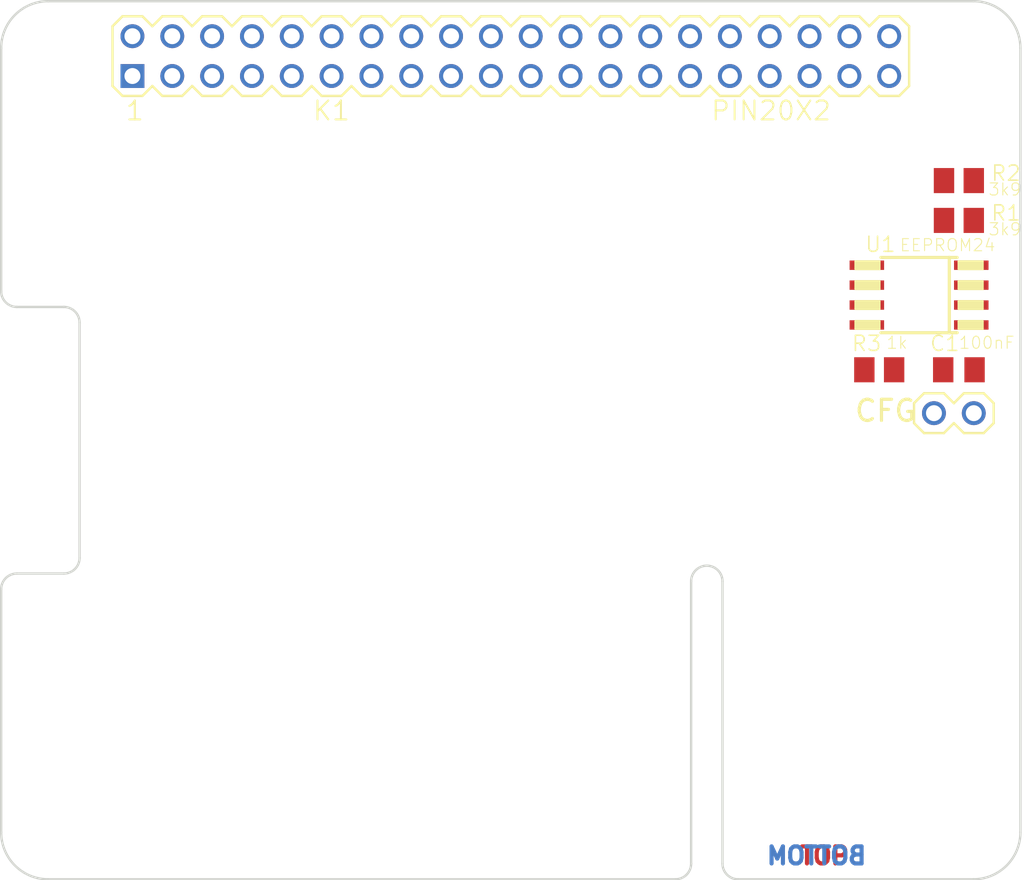
<source format=kicad_pcb>
(kicad_pcb (version 4) (host pcbnew "(2014-09-10 BZR 5127)-kicad")

  (general
    (links 26)
    (no_connects 26)
    (area 115.924999 76.924999 181.075001 133.075001)
    (thickness 1.6)
    (drawings 24)
    (tracks 0)
    (zones 0)
    (modules 11)
    (nets 7)
  )

  (page A4)
  (layers
    (0 Top signal)
    (31 Bottom signal)
    (32 B.Adhes user)
    (33 F.Adhes user)
    (34 B.Paste user)
    (35 F.Paste user)
    (36 B.SilkS user)
    (37 F.SilkS user)
    (38 B.Mask user)
    (39 F.Mask user)
    (40 Dwgs.User user)
    (41 Cmts.User user)
    (42 Eco1.User user)
    (43 Eco2.User user)
    (44 Edge.Cuts user)
    (45 Margin user)
    (46 B.CrtYd user)
    (47 F.CrtYd user)
    (48 B.Fab user)
    (49 F.Fab user)
  )

  (setup
    (last_trace_width 0.254)
    (trace_clearance 0.1524)
    (zone_clearance 0.508)
    (zone_45_only no)
    (trace_min 0.254)
    (segment_width 0.2)
    (edge_width 0.15)
    (via_size 0.889)
    (via_drill 0.635)
    (via_min_size 0.889)
    (via_min_drill 0.508)
    (uvia_size 0.508)
    (uvia_drill 0.127)
    (uvias_allowed no)
    (uvia_min_size 0.508)
    (uvia_min_drill 0.127)
    (pcb_text_width 0.3)
    (pcb_text_size 1.5 1.5)
    (mod_edge_width 0.15)
    (mod_text_size 1.5 1.5)
    (mod_text_width 0.15)
    (pad_size 1.524 1.524)
    (pad_drill 0.762)
    (pad_to_mask_clearance 0.2)
    (aux_axis_origin 0 0)
    (visible_elements FFFFFF7F)
    (pcbplotparams
      (layerselection 0x00030_80000001)
      (usegerberextensions false)
      (excludeedgelayer true)
      (linewidth 0.100000)
      (plotframeref false)
      (viasonmask false)
      (mode 1)
      (useauxorigin false)
      (hpglpennumber 1)
      (hpglpenspeed 20)
      (hpglpendiameter 15)
      (hpglpenoverlay 2)
      (psnegative false)
      (psa4output false)
      (plotreference true)
      (plotvalue true)
      (plotinvisibletext false)
      (padsonsilk false)
      (subtractmaskfromsilk false)
      (outputformat 1)
      (mirror false)
      (drillshape 1)
      (scaleselection 1)
      (outputdirectory ""))
  )

  (net 0 "")
  (net 1 GND)
  (net 2 +3V3)
  (net 3 N$1)
  (net 4 N$2)
  (net 5 N$3)
  (net 6 +5V)

  (net_class Default "This is the default net class."
    (clearance 0.1524)
    (trace_width 0.254)
    (via_dia 0.889)
    (via_drill 0.635)
    (uvia_dia 0.508)
    (uvia_drill 0.127)
    (add_net +3V3)
    (add_net +5V)
    (add_net GND)
    (add_net N$1)
    (add_net N$2)
    (add_net N$3)
  )

  (module "" (layer Top) (tedit 54141436) (tstamp 0)
    (at 119.5011 129.5036)
    (fp_text reference @HOLE0 (at 0 0) (layer F.SilkS) hide
      (effects (font (thickness 0.15)))
    )
    (fp_text value "" (at 0 0) (layer F.SilkS)
      (effects (font (thickness 0.15)))
    )
    (pad "" np_thru_hole circle (at 0 0) (size 2.8 2.8) (drill 2.8) (layers *.Cu))
  )

  (module "" (layer Top) (tedit 54141436) (tstamp 0)
    (at 119.5011 80.5036)
    (fp_text reference @HOLE1 (at 0 0) (layer F.SilkS) hide
      (effects (font (thickness 0.15)))
    )
    (fp_text value "" (at 0 0) (layer F.SilkS)
      (effects (font (thickness 0.15)))
    )
    (pad "" np_thru_hole circle (at 0 0) (size 2.8 2.8) (drill 2.8) (layers *.Cu))
  )

  (module "" (layer Top) (tedit 54141436) (tstamp 0)
    (at 177.5011 80.5036)
    (fp_text reference @HOLE2 (at 0 0) (layer F.SilkS) hide
      (effects (font (thickness 0.15)))
    )
    (fp_text value "" (at 0 0) (layer F.SilkS)
      (effects (font (thickness 0.15)))
    )
    (pad "" np_thru_hole circle (at 0 0) (size 2.8 2.8) (drill 2.8) (layers *.Cu))
  )

  (module "" (layer Top) (tedit 54141436) (tstamp 0)
    (at 177.5011 129.5036)
    (fp_text reference @HOLE3 (at 0 0) (layer F.SilkS) hide
      (effects (font (thickness 0.15)))
    )
    (fp_text value "" (at 0 0) (layer F.SilkS)
      (effects (font (thickness 0.15)))
    )
    (pad "" np_thru_hole circle (at 0 0) (size 2.8 2.8) (drill 2.8) (layers *.Cu))
  )

  (module PIN_20X2 (layer Top) (tedit 54141436) (tstamp 54141436)
    (at 148.5011 80.5036)
    (fp_text reference K1 (at -12.7 4.191) (layer F.SilkS)
      (effects (font (size 1.2065 1.2065) (thickness 0.127)) (justify left bottom))
    )
    (fp_text value PIN20X2 (at 12.7 4.191) (layer F.SilkS)
      (effects (font (size 1.2065 1.2065) (thickness 0.12065)) (justify left bottom))
    )
    (fp_line (start -24.765 -2.54) (end -23.495 -2.54) (layer F.SilkS) (width 0.1524))
    (fp_line (start -23.495 -2.54) (end -22.86 -1.905) (layer F.SilkS) (width 0.1524))
    (fp_line (start -22.86 -1.905) (end -22.225 -2.54) (layer F.SilkS) (width 0.1524))
    (fp_line (start -22.225 -2.54) (end -20.955 -2.54) (layer F.SilkS) (width 0.1524))
    (fp_line (start -20.955 -2.54) (end -20.32 -1.905) (layer F.SilkS) (width 0.1524))
    (fp_line (start -24.765 -2.54) (end -25.4 -1.905) (layer F.SilkS) (width 0.1524))
    (fp_line (start -20.32 -1.905) (end -19.685 -2.54) (layer F.SilkS) (width 0.1524))
    (fp_line (start -19.685 -2.54) (end -18.415 -2.54) (layer F.SilkS) (width 0.1524))
    (fp_line (start -18.415 -2.54) (end -17.78 -1.905) (layer F.SilkS) (width 0.1524))
    (fp_line (start -17.145 -2.54) (end -15.875 -2.54) (layer F.SilkS) (width 0.1524))
    (fp_line (start -15.875 -2.54) (end -15.24 -1.905) (layer F.SilkS) (width 0.1524))
    (fp_line (start -15.24 -1.905) (end -14.605 -2.54) (layer F.SilkS) (width 0.1524))
    (fp_line (start -14.605 -2.54) (end -13.335 -2.54) (layer F.SilkS) (width 0.1524))
    (fp_line (start -13.335 -2.54) (end -12.7 -1.905) (layer F.SilkS) (width 0.1524))
    (fp_line (start -17.145 -2.54) (end -17.78 -1.905) (layer F.SilkS) (width 0.1524))
    (fp_line (start -12.7 -1.905) (end -12.065 -2.54) (layer F.SilkS) (width 0.1524))
    (fp_line (start -12.065 -2.54) (end -10.795 -2.54) (layer F.SilkS) (width 0.1524))
    (fp_line (start -10.795 -2.54) (end -10.16 -1.905) (layer F.SilkS) (width 0.1524))
    (fp_line (start -22.86 1.905) (end -23.495 2.54) (layer F.SilkS) (width 0.1524))
    (fp_line (start -20.32 1.905) (end -20.955 2.54) (layer F.SilkS) (width 0.1524))
    (fp_line (start -20.955 2.54) (end -22.225 2.54) (layer F.SilkS) (width 0.1524))
    (fp_line (start -22.225 2.54) (end -22.86 1.905) (layer F.SilkS) (width 0.1524))
    (fp_line (start -25.4 -1.905) (end -25.4 1.905) (layer F.SilkS) (width 0.1524))
    (fp_line (start -25.4 1.905) (end -24.765 2.54) (layer F.SilkS) (width 0.1524))
    (fp_line (start -23.495 2.54) (end -24.765 2.54) (layer F.SilkS) (width 0.1524))
    (fp_line (start -17.78 1.905) (end -18.415 2.54) (layer F.SilkS) (width 0.1524))
    (fp_line (start -18.415 2.54) (end -19.685 2.54) (layer F.SilkS) (width 0.1524))
    (fp_line (start -19.685 2.54) (end -20.32 1.905) (layer F.SilkS) (width 0.1524))
    (fp_line (start -15.24 1.905) (end -15.875 2.54) (layer F.SilkS) (width 0.1524))
    (fp_line (start -12.7 1.905) (end -13.335 2.54) (layer F.SilkS) (width 0.1524))
    (fp_line (start -13.335 2.54) (end -14.605 2.54) (layer F.SilkS) (width 0.1524))
    (fp_line (start -14.605 2.54) (end -15.24 1.905) (layer F.SilkS) (width 0.1524))
    (fp_line (start -17.78 1.905) (end -17.145 2.54) (layer F.SilkS) (width 0.1524))
    (fp_line (start -15.875 2.54) (end -17.145 2.54) (layer F.SilkS) (width 0.1524))
    (fp_line (start -10.16 1.905) (end -10.795 2.54) (layer F.SilkS) (width 0.1524))
    (fp_line (start -10.795 2.54) (end -12.065 2.54) (layer F.SilkS) (width 0.1524))
    (fp_line (start -12.065 2.54) (end -12.7 1.905) (layer F.SilkS) (width 0.1524))
    (fp_line (start -8.255 -2.54) (end -7.62 -1.905) (layer F.SilkS) (width 0.1524))
    (fp_line (start -9.525 -2.54) (end -8.255 -2.54) (layer F.SilkS) (width 0.1524))
    (fp_line (start -10.16 -1.905) (end -9.525 -2.54) (layer F.SilkS) (width 0.1524))
    (fp_line (start -9.525 2.54) (end -10.16 1.905) (layer F.SilkS) (width 0.1524))
    (fp_line (start -8.255 2.54) (end -9.525 2.54) (layer F.SilkS) (width 0.1524))
    (fp_line (start -7.62 1.905) (end -8.255 2.54) (layer F.SilkS) (width 0.1524))
    (fp_line (start -6.985 -2.54) (end -5.715 -2.54) (layer F.SilkS) (width 0.1524))
    (fp_line (start -5.715 -2.54) (end -5.08 -1.905) (layer F.SilkS) (width 0.1524))
    (fp_line (start -5.08 -1.905) (end -4.445 -2.54) (layer F.SilkS) (width 0.1524))
    (fp_line (start -4.445 -2.54) (end -3.175 -2.54) (layer F.SilkS) (width 0.1524))
    (fp_line (start -3.175 -2.54) (end -2.54 -1.905) (layer F.SilkS) (width 0.1524))
    (fp_line (start -6.985 -2.54) (end -7.62 -1.905) (layer F.SilkS) (width 0.1524))
    (fp_line (start -2.54 -1.905) (end -1.905 -2.54) (layer F.SilkS) (width 0.1524))
    (fp_line (start -1.905 -2.54) (end -0.635 -2.54) (layer F.SilkS) (width 0.1524))
    (fp_line (start -0.635 -2.54) (end 0 -1.905) (layer F.SilkS) (width 0.1524))
    (fp_line (start 0.635 -2.54) (end 1.905 -2.54) (layer F.SilkS) (width 0.1524))
    (fp_line (start 1.905 -2.54) (end 2.54 -1.905) (layer F.SilkS) (width 0.1524))
    (fp_line (start 2.54 -1.905) (end 3.175 -2.54) (layer F.SilkS) (width 0.1524))
    (fp_line (start 3.175 -2.54) (end 4.445 -2.54) (layer F.SilkS) (width 0.1524))
    (fp_line (start 4.445 -2.54) (end 5.08 -1.905) (layer F.SilkS) (width 0.1524))
    (fp_line (start 0.635 -2.54) (end 0 -1.905) (layer F.SilkS) (width 0.1524))
    (fp_line (start 5.08 -1.905) (end 5.715 -2.54) (layer F.SilkS) (width 0.1524))
    (fp_line (start 5.715 -2.54) (end 6.985 -2.54) (layer F.SilkS) (width 0.1524))
    (fp_line (start 6.985 -2.54) (end 7.62 -1.905) (layer F.SilkS) (width 0.1524))
    (fp_line (start -5.08 1.905) (end -5.715 2.54) (layer F.SilkS) (width 0.1524))
    (fp_line (start -2.54 1.905) (end -3.175 2.54) (layer F.SilkS) (width 0.1524))
    (fp_line (start -3.175 2.54) (end -4.445 2.54) (layer F.SilkS) (width 0.1524))
    (fp_line (start -4.445 2.54) (end -5.08 1.905) (layer F.SilkS) (width 0.1524))
    (fp_line (start -7.62 1.905) (end -6.985 2.54) (layer F.SilkS) (width 0.1524))
    (fp_line (start -5.715 2.54) (end -6.985 2.54) (layer F.SilkS) (width 0.1524))
    (fp_line (start 0 1.905) (end -0.635 2.54) (layer F.SilkS) (width 0.1524))
    (fp_line (start -0.635 2.54) (end -1.905 2.54) (layer F.SilkS) (width 0.1524))
    (fp_line (start -1.905 2.54) (end -2.54 1.905) (layer F.SilkS) (width 0.1524))
    (fp_line (start 2.54 1.905) (end 1.905 2.54) (layer F.SilkS) (width 0.1524))
    (fp_line (start 5.08 1.905) (end 4.445 2.54) (layer F.SilkS) (width 0.1524))
    (fp_line (start 4.445 2.54) (end 3.175 2.54) (layer F.SilkS) (width 0.1524))
    (fp_line (start 3.175 2.54) (end 2.54 1.905) (layer F.SilkS) (width 0.1524))
    (fp_line (start 0 1.905) (end 0.635 2.54) (layer F.SilkS) (width 0.1524))
    (fp_line (start 1.905 2.54) (end 0.635 2.54) (layer F.SilkS) (width 0.1524))
    (fp_line (start 7.62 1.905) (end 6.985 2.54) (layer F.SilkS) (width 0.1524))
    (fp_line (start 6.985 2.54) (end 5.715 2.54) (layer F.SilkS) (width 0.1524))
    (fp_line (start 5.715 2.54) (end 5.08 1.905) (layer F.SilkS) (width 0.1524))
    (fp_line (start 9.525 -2.54) (end 10.16 -1.905) (layer F.SilkS) (width 0.1524))
    (fp_line (start 8.255 -2.54) (end 9.525 -2.54) (layer F.SilkS) (width 0.1524))
    (fp_line (start 7.62 -1.905) (end 8.255 -2.54) (layer F.SilkS) (width 0.1524))
    (fp_line (start 8.255 2.54) (end 7.62 1.905) (layer F.SilkS) (width 0.1524))
    (fp_line (start 9.525 2.54) (end 8.255 2.54) (layer F.SilkS) (width 0.1524))
    (fp_line (start 10.16 1.905) (end 9.525 2.54) (layer F.SilkS) (width 0.1524))
    (fp_line (start 10.795 -2.54) (end 12.065 -2.54) (layer F.SilkS) (width 0.1524))
    (fp_line (start 12.065 -2.54) (end 12.7 -1.905) (layer F.SilkS) (width 0.1524))
    (fp_line (start 12.7 -1.905) (end 13.335 -2.54) (layer F.SilkS) (width 0.1524))
    (fp_line (start 13.335 -2.54) (end 14.605 -2.54) (layer F.SilkS) (width 0.1524))
    (fp_line (start 14.605 -2.54) (end 15.24 -1.905) (layer F.SilkS) (width 0.1524))
    (fp_line (start 10.795 -2.54) (end 10.16 -1.905) (layer F.SilkS) (width 0.1524))
    (fp_line (start 15.24 -1.905) (end 15.875 -2.54) (layer F.SilkS) (width 0.1524))
    (fp_line (start 15.875 -2.54) (end 17.145 -2.54) (layer F.SilkS) (width 0.1524))
    (fp_line (start 17.145 -2.54) (end 17.78 -1.905) (layer F.SilkS) (width 0.1524))
    (fp_line (start 18.415 -2.54) (end 19.685 -2.54) (layer F.SilkS) (width 0.1524))
    (fp_line (start 19.685 -2.54) (end 20.32 -1.905) (layer F.SilkS) (width 0.1524))
    (fp_line (start 20.32 -1.905) (end 20.955 -2.54) (layer F.SilkS) (width 0.1524))
    (fp_line (start 20.955 -2.54) (end 22.225 -2.54) (layer F.SilkS) (width 0.1524))
    (fp_line (start 22.225 -2.54) (end 22.86 -1.905) (layer F.SilkS) (width 0.1524))
    (fp_line (start 18.415 -2.54) (end 17.78 -1.905) (layer F.SilkS) (width 0.1524))
    (fp_line (start 22.86 -1.905) (end 23.495 -2.54) (layer F.SilkS) (width 0.1524))
    (fp_line (start 23.495 -2.54) (end 24.765 -2.54) (layer F.SilkS) (width 0.1524))
    (fp_line (start 12.7 1.905) (end 12.065 2.54) (layer F.SilkS) (width 0.1524))
    (fp_line (start 15.24 1.905) (end 14.605 2.54) (layer F.SilkS) (width 0.1524))
    (fp_line (start 14.605 2.54) (end 13.335 2.54) (layer F.SilkS) (width 0.1524))
    (fp_line (start 13.335 2.54) (end 12.7 1.905) (layer F.SilkS) (width 0.1524))
    (fp_line (start 10.16 1.905) (end 10.795 2.54) (layer F.SilkS) (width 0.1524))
    (fp_line (start 12.065 2.54) (end 10.795 2.54) (layer F.SilkS) (width 0.1524))
    (fp_line (start 17.78 1.905) (end 17.145 2.54) (layer F.SilkS) (width 0.1524))
    (fp_line (start 17.145 2.54) (end 15.875 2.54) (layer F.SilkS) (width 0.1524))
    (fp_line (start 15.875 2.54) (end 15.24 1.905) (layer F.SilkS) (width 0.1524))
    (fp_line (start 20.32 1.905) (end 19.685 2.54) (layer F.SilkS) (width 0.1524))
    (fp_line (start 22.86 1.905) (end 22.225 2.54) (layer F.SilkS) (width 0.1524))
    (fp_line (start 22.225 2.54) (end 20.955 2.54) (layer F.SilkS) (width 0.1524))
    (fp_line (start 20.955 2.54) (end 20.32 1.905) (layer F.SilkS) (width 0.1524))
    (fp_line (start 17.78 1.905) (end 18.415 2.54) (layer F.SilkS) (width 0.1524))
    (fp_line (start 19.685 2.54) (end 18.415 2.54) (layer F.SilkS) (width 0.1524))
    (fp_line (start 24.765 2.54) (end 23.495 2.54) (layer F.SilkS) (width 0.1524))
    (fp_line (start 23.495 2.54) (end 22.86 1.905) (layer F.SilkS) (width 0.1524))
    (fp_line (start 25.4 -1.905) (end 25.4 1.905) (layer F.SilkS) (width 0.1524))
    (fp_line (start 24.765 -2.54) (end 25.4 -1.905) (layer F.SilkS) (width 0.1524))
    (fp_line (start 25.4 1.905) (end 24.765 2.54) (layer F.SilkS) (width 0.1524))
    (fp_text user 1 (at -24.638 4.191) (layer F.SilkS)
      (effects (font (size 1.2065 1.2065) (thickness 0.127)) (justify left bottom))
    )
    (fp_poly (pts (xy -21.844 1.524) (xy -21.336 1.524) (xy -21.336 1.016) (xy -21.844 1.016)) (layer Dwgs.User) (width 0.15))
    (fp_poly (pts (xy -24.384 1.524) (xy -23.876 1.524) (xy -23.876 1.016) (xy -24.384 1.016)) (layer Dwgs.User) (width 0.15))
    (fp_poly (pts (xy -19.304 1.524) (xy -18.796 1.524) (xy -18.796 1.016) (xy -19.304 1.016)) (layer Dwgs.User) (width 0.15))
    (fp_poly (pts (xy -14.224 1.524) (xy -13.716 1.524) (xy -13.716 1.016) (xy -14.224 1.016)) (layer Dwgs.User) (width 0.15))
    (fp_poly (pts (xy -16.764 1.524) (xy -16.256 1.524) (xy -16.256 1.016) (xy -16.764 1.016)) (layer Dwgs.User) (width 0.15))
    (fp_poly (pts (xy -11.684 1.524) (xy -11.176 1.524) (xy -11.176 1.016) (xy -11.684 1.016)) (layer Dwgs.User) (width 0.15))
    (fp_poly (pts (xy -24.384 -1.016) (xy -23.876 -1.016) (xy -23.876 -1.524) (xy -24.384 -1.524)) (layer Dwgs.User) (width 0.15))
    (fp_poly (pts (xy -21.844 -1.016) (xy -21.336 -1.016) (xy -21.336 -1.524) (xy -21.844 -1.524)) (layer Dwgs.User) (width 0.15))
    (fp_poly (pts (xy -19.304 -1.016) (xy -18.796 -1.016) (xy -18.796 -1.524) (xy -19.304 -1.524)) (layer Dwgs.User) (width 0.15))
    (fp_poly (pts (xy -16.764 -1.016) (xy -16.256 -1.016) (xy -16.256 -1.524) (xy -16.764 -1.524)) (layer Dwgs.User) (width 0.15))
    (fp_poly (pts (xy -14.224 -1.016) (xy -13.716 -1.016) (xy -13.716 -1.524) (xy -14.224 -1.524)) (layer Dwgs.User) (width 0.15))
    (fp_poly (pts (xy -11.684 -1.016) (xy -11.176 -1.016) (xy -11.176 -1.524) (xy -11.684 -1.524)) (layer Dwgs.User) (width 0.15))
    (fp_poly (pts (xy -9.144 -1.016) (xy -8.636 -1.016) (xy -8.636 -1.524) (xy -9.144 -1.524)) (layer Dwgs.User) (width 0.15))
    (fp_poly (pts (xy -9.144 1.524) (xy -8.636 1.524) (xy -8.636 1.016) (xy -9.144 1.016)) (layer Dwgs.User) (width 0.15))
    (fp_poly (pts (xy -4.064 1.524) (xy -3.556 1.524) (xy -3.556 1.016) (xy -4.064 1.016)) (layer Dwgs.User) (width 0.15))
    (fp_poly (pts (xy -6.604 1.524) (xy -6.096 1.524) (xy -6.096 1.016) (xy -6.604 1.016)) (layer Dwgs.User) (width 0.15))
    (fp_poly (pts (xy -1.524 1.524) (xy -1.016 1.524) (xy -1.016 1.016) (xy -1.524 1.016)) (layer Dwgs.User) (width 0.15))
    (fp_poly (pts (xy 3.556 1.524) (xy 4.064 1.524) (xy 4.064 1.016) (xy 3.556 1.016)) (layer Dwgs.User) (width 0.15))
    (fp_poly (pts (xy 1.016 1.524) (xy 1.524 1.524) (xy 1.524 1.016) (xy 1.016 1.016)) (layer Dwgs.User) (width 0.15))
    (fp_poly (pts (xy 6.096 1.524) (xy 6.604 1.524) (xy 6.604 1.016) (xy 6.096 1.016)) (layer Dwgs.User) (width 0.15))
    (fp_poly (pts (xy -6.604 -1.016) (xy -6.096 -1.016) (xy -6.096 -1.524) (xy -6.604 -1.524)) (layer Dwgs.User) (width 0.15))
    (fp_poly (pts (xy -4.064 -1.016) (xy -3.556 -1.016) (xy -3.556 -1.524) (xy -4.064 -1.524)) (layer Dwgs.User) (width 0.15))
    (fp_poly (pts (xy -1.524 -1.016) (xy -1.016 -1.016) (xy -1.016 -1.524) (xy -1.524 -1.524)) (layer Dwgs.User) (width 0.15))
    (fp_poly (pts (xy 1.016 -1.016) (xy 1.524 -1.016) (xy 1.524 -1.524) (xy 1.016 -1.524)) (layer Dwgs.User) (width 0.15))
    (fp_poly (pts (xy 3.556 -1.016) (xy 4.064 -1.016) (xy 4.064 -1.524) (xy 3.556 -1.524)) (layer Dwgs.User) (width 0.15))
    (fp_poly (pts (xy 6.096 -1.016) (xy 6.604 -1.016) (xy 6.604 -1.524) (xy 6.096 -1.524)) (layer Dwgs.User) (width 0.15))
    (fp_poly (pts (xy 8.636 -1.016) (xy 9.144 -1.016) (xy 9.144 -1.524) (xy 8.636 -1.524)) (layer Dwgs.User) (width 0.15))
    (fp_poly (pts (xy 8.636 1.524) (xy 9.144 1.524) (xy 9.144 1.016) (xy 8.636 1.016)) (layer Dwgs.User) (width 0.15))
    (fp_poly (pts (xy 13.716 1.524) (xy 14.224 1.524) (xy 14.224 1.016) (xy 13.716 1.016)) (layer Dwgs.User) (width 0.15))
    (fp_poly (pts (xy 11.176 1.524) (xy 11.684 1.524) (xy 11.684 1.016) (xy 11.176 1.016)) (layer Dwgs.User) (width 0.15))
    (fp_poly (pts (xy 16.256 1.524) (xy 16.764 1.524) (xy 16.764 1.016) (xy 16.256 1.016)) (layer Dwgs.User) (width 0.15))
    (fp_poly (pts (xy 21.336 1.524) (xy 21.844 1.524) (xy 21.844 1.016) (xy 21.336 1.016)) (layer Dwgs.User) (width 0.15))
    (fp_poly (pts (xy 18.796 1.524) (xy 19.304 1.524) (xy 19.304 1.016) (xy 18.796 1.016)) (layer Dwgs.User) (width 0.15))
    (fp_poly (pts (xy 23.876 1.524) (xy 24.384 1.524) (xy 24.384 1.016) (xy 23.876 1.016)) (layer Dwgs.User) (width 0.15))
    (fp_poly (pts (xy 11.176 -1.016) (xy 11.684 -1.016) (xy 11.684 -1.524) (xy 11.176 -1.524)) (layer Dwgs.User) (width 0.15))
    (fp_poly (pts (xy 13.716 -1.016) (xy 14.224 -1.016) (xy 14.224 -1.524) (xy 13.716 -1.524)) (layer Dwgs.User) (width 0.15))
    (fp_poly (pts (xy 16.256 -1.016) (xy 16.764 -1.016) (xy 16.764 -1.524) (xy 16.256 -1.524)) (layer Dwgs.User) (width 0.15))
    (fp_poly (pts (xy 18.796 -1.016) (xy 19.304 -1.016) (xy 19.304 -1.524) (xy 18.796 -1.524)) (layer Dwgs.User) (width 0.15))
    (fp_poly (pts (xy 21.336 -1.016) (xy 21.844 -1.016) (xy 21.844 -1.524) (xy 21.336 -1.524)) (layer Dwgs.User) (width 0.15))
    (fp_poly (pts (xy 23.876 -1.016) (xy 24.384 -1.016) (xy 24.384 -1.524) (xy 23.876 -1.524)) (layer Dwgs.User) (width 0.15))
    (pad 1 thru_hole rect (at -24.13 1.27) (size 1.524 1.524) (drill 1.016) (layers *.Cu *.Mask)
      (net 2 +3V3))
    (pad 3 thru_hole circle (at -21.59 1.27) (size 1.524 1.524) (drill 1.016) (layers *.Cu *.Mask))
    (pad 5 thru_hole circle (at -19.05 1.27) (size 1.524 1.524) (drill 1.016) (layers *.Cu *.Mask))
    (pad 7 thru_hole circle (at -16.51 1.27) (size 1.524 1.524) (drill 1.016) (layers *.Cu *.Mask))
    (pad 9 thru_hole circle (at -13.97 1.27) (size 1.524 1.524) (drill 1.016) (layers *.Cu *.Mask)
      (net 1 GND))
    (pad 11 thru_hole circle (at -11.43 1.27) (size 1.524 1.524) (drill 1.016) (layers *.Cu *.Mask))
    (pad 2 thru_hole circle (at -24.13 -1.27) (size 1.524 1.524) (drill 1.016) (layers *.Cu *.Mask)
      (net 6 +5V))
    (pad 4 thru_hole circle (at -21.59 -1.27) (size 1.524 1.524) (drill 1.016) (layers *.Cu *.Mask)
      (net 6 +5V))
    (pad 6 thru_hole circle (at -19.05 -1.27) (size 1.524 1.524) (drill 1.016) (layers *.Cu *.Mask)
      (net 1 GND))
    (pad 8 thru_hole circle (at -16.51 -1.27) (size 1.524 1.524) (drill 1.016) (layers *.Cu *.Mask))
    (pad 10 thru_hole circle (at -13.97 -1.27) (size 1.524 1.524) (drill 1.016) (layers *.Cu *.Mask))
    (pad 12 thru_hole circle (at -11.43 -1.27) (size 1.524 1.524) (drill 1.016) (layers *.Cu *.Mask))
    (pad 13 thru_hole circle (at -8.89 1.27) (size 1.524 1.524) (drill 1.016) (layers *.Cu *.Mask))
    (pad 14 thru_hole circle (at -8.89 -1.27) (size 1.524 1.524) (drill 1.016) (layers *.Cu *.Mask)
      (net 1 GND))
    (pad 15 thru_hole circle (at -6.35 1.27) (size 1.524 1.524) (drill 1.016) (layers *.Cu *.Mask))
    (pad 17 thru_hole circle (at -3.81 1.27) (size 1.524 1.524) (drill 1.016) (layers *.Cu *.Mask)
      (net 2 +3V3))
    (pad 19 thru_hole circle (at -1.27 1.27) (size 1.524 1.524) (drill 1.016) (layers *.Cu *.Mask))
    (pad 21 thru_hole circle (at 1.27 1.27) (size 1.524 1.524) (drill 1.016) (layers *.Cu *.Mask))
    (pad 23 thru_hole circle (at 3.81 1.27) (size 1.524 1.524) (drill 1.016) (layers *.Cu *.Mask))
    (pad 25 thru_hole circle (at 6.35 1.27) (size 1.524 1.524) (drill 1.016) (layers *.Cu *.Mask)
      (net 1 GND))
    (pad 16 thru_hole circle (at -6.35 -1.27) (size 1.524 1.524) (drill 1.016) (layers *.Cu *.Mask))
    (pad 18 thru_hole circle (at -3.81 -1.27) (size 1.524 1.524) (drill 1.016) (layers *.Cu *.Mask))
    (pad 20 thru_hole circle (at -1.27 -1.27) (size 1.524 1.524) (drill 1.016) (layers *.Cu *.Mask)
      (net 1 GND))
    (pad 22 thru_hole circle (at 1.27 -1.27) (size 1.524 1.524) (drill 1.016) (layers *.Cu *.Mask))
    (pad 24 thru_hole circle (at 3.81 -1.27) (size 1.524 1.524) (drill 1.016) (layers *.Cu *.Mask))
    (pad 26 thru_hole circle (at 6.35 -1.27) (size 1.524 1.524) (drill 1.016) (layers *.Cu *.Mask))
    (pad 27 thru_hole circle (at 8.89 1.27) (size 1.524 1.524) (drill 1.016) (layers *.Cu *.Mask)
      (net 4 N$2))
    (pad 28 thru_hole circle (at 8.89 -1.27) (size 1.524 1.524) (drill 1.016) (layers *.Cu *.Mask)
      (net 3 N$1))
    (pad 29 thru_hole circle (at 11.43 1.27) (size 1.524 1.524) (drill 1.016) (layers *.Cu *.Mask))
    (pad 31 thru_hole circle (at 13.97 1.27) (size 1.524 1.524) (drill 1.016) (layers *.Cu *.Mask))
    (pad 33 thru_hole circle (at 16.51 1.27) (size 1.524 1.524) (drill 1.016) (layers *.Cu *.Mask))
    (pad 35 thru_hole circle (at 19.05 1.27) (size 1.524 1.524) (drill 1.016) (layers *.Cu *.Mask))
    (pad 37 thru_hole circle (at 21.59 1.27) (size 1.524 1.524) (drill 1.016) (layers *.Cu *.Mask))
    (pad 39 thru_hole circle (at 24.13 1.27) (size 1.524 1.524) (drill 1.016) (layers *.Cu *.Mask)
      (net 1 GND))
    (pad 30 thru_hole circle (at 11.43 -1.27) (size 1.524 1.524) (drill 1.016) (layers *.Cu *.Mask)
      (net 1 GND))
    (pad 32 thru_hole circle (at 13.97 -1.27) (size 1.524 1.524) (drill 1.016) (layers *.Cu *.Mask))
    (pad 34 thru_hole circle (at 16.51 -1.27) (size 1.524 1.524) (drill 1.016) (layers *.Cu *.Mask)
      (net 1 GND))
    (pad 36 thru_hole circle (at 19.05 -1.27) (size 1.524 1.524) (drill 1.016) (layers *.Cu *.Mask))
    (pad 38 thru_hole circle (at 21.59 -1.27) (size 1.524 1.524) (drill 1.016) (layers *.Cu *.Mask))
    (pad 40 thru_hole circle (at 24.13 -1.27) (size 1.524 1.524) (drill 1.016) (layers *.Cu *.Mask))
  )

  (module SOIC8 (layer Top) (tedit 54141436) (tstamp 54141504)
    (at 174.5361 95.7436 90)
    (fp_text reference U1 (at 2.667 -3.4925 360) (layer F.SilkS)
      (effects (font (size 0.9652 0.9652) (thickness 0.09652)) (justify left bottom))
    )
    (fp_text value EEPROM24 (at 2.7305 -1.27 360) (layer F.SilkS)
      (effects (font (size 0.77216 0.77216) (thickness 0.061772)) (justify left bottom))
    )
    (fp_line (start 2.4 -2.43) (end 2.4 1.93) (layer F.SilkS) (width 0.2032))
    (fp_line (start 2.4 1.93) (end 2.4 2.43) (layer F.SilkS) (width 0.2032))
    (fp_line (start 2.4 2.43) (end -2.4 2.43) (layer Dwgs.User) (width 0.2032))
    (fp_line (start -2.4 2.43) (end -2.4 1.93) (layer F.SilkS) (width 0.2032))
    (fp_line (start -2.4 1.93) (end -2.4 -2.43) (layer F.SilkS) (width 0.2032))
    (fp_line (start -2.4 -2.43) (end 2.4 -2.43) (layer Dwgs.User) (width 0.2032))
    (fp_line (start 2.4 1.93) (end -2.4 1.93) (layer F.SilkS) (width 0.2032))
    (fp_poly (pts (xy -2.1501 4.05) (xy -1.6599 4.05) (xy -1.6599 2.5301) (xy -2.1501 2.5301)) (layer F.SilkS) (width 0.15))
    (fp_poly (pts (xy -0.8801 4.05) (xy -0.3899 4.05) (xy -0.3899 2.5301) (xy -0.8801 2.5301)) (layer F.SilkS) (width 0.15))
    (fp_poly (pts (xy 0.3899 4.05) (xy 0.8801 4.05) (xy 0.8801 2.5301) (xy 0.3899 2.5301)) (layer F.SilkS) (width 0.15))
    (fp_poly (pts (xy 1.6599 4.05) (xy 2.1501 4.05) (xy 2.1501 2.5301) (xy 1.6599 2.5301)) (layer F.SilkS) (width 0.15))
    (fp_poly (pts (xy 1.6599 -2.5301) (xy 2.1501 -2.5301) (xy 2.1501 -4.05) (xy 1.6599 -4.05)) (layer F.SilkS) (width 0.15))
    (fp_poly (pts (xy 0.3899 -2.5301) (xy 0.8801 -2.5301) (xy 0.8801 -4.05) (xy 0.3899 -4.05)) (layer F.SilkS) (width 0.15))
    (fp_poly (pts (xy -0.8801 -2.5301) (xy -0.3899 -2.5301) (xy -0.3899 -4.05) (xy -0.8801 -4.05)) (layer F.SilkS) (width 0.15))
    (fp_poly (pts (xy -2.1501 -2.5301) (xy -1.6599 -2.5301) (xy -1.6599 -4.05) (xy -2.1501 -4.05)) (layer F.SilkS) (width 0.15))
    (pad 2 smd rect (at -0.635 3.33 90) (size 0.6 2.2) (layers Top F.Paste F.Mask)
      (net 1 GND))
    (pad 7 smd rect (at -0.635 -3.33 90) (size 0.6 2.2) (layers Top F.Paste F.Mask)
      (net 5 N$3))
    (pad 1 smd rect (at -1.905 3.33 90) (size 0.6 2.2) (layers Top F.Paste F.Mask)
      (net 1 GND))
    (pad 3 smd rect (at 0.635 3.33 90) (size 0.6 2.2) (layers Top F.Paste F.Mask)
      (net 1 GND))
    (pad 4 smd rect (at 1.905 3.33 90) (size 0.6 2.2) (layers Top F.Paste F.Mask)
      (net 1 GND))
    (pad 8 smd rect (at -1.905 -3.33 90) (size 0.6 2.2) (layers Top F.Paste F.Mask)
      (net 2 +3V3))
    (pad 6 smd rect (at 0.635 -3.33 90) (size 0.6 2.2) (layers Top F.Paste F.Mask)
      (net 3 N$1))
    (pad 5 smd rect (at 1.905 -3.33 90) (size 0.6 2.2) (layers Top F.Paste F.Mask)
      (net 4 N$2))
  )

  (module M0805 (layer Top) (tedit 54141436) (tstamp 5414151E)
    (at 177.0761 90.9811)
    (descr "<b>RESISTOR</b><p> MELF 0.10 W")
    (fp_text reference R1 (at 2.00025 0.09525) (layer F.SilkS)
      (effects (font (size 0.9652 0.9652) (thickness 0.09652)) (justify left bottom))
    )
    (fp_text value 3k9 (at 1.8415 1.016) (layer F.SilkS)
      (effects (font (size 0.77216 0.77216) (thickness 0.061772)) (justify left bottom))
    )
    (fp_line (start 0.7112 -0.635) (end -0.7112 -0.635) (layer Dwgs.User) (width 0.1524))
    (fp_line (start 0.7112 0.635) (end -0.7112 0.635) (layer Dwgs.User) (width 0.1524))
    (fp_poly (pts (xy -1.0414 0.7112) (xy -0.6858 0.7112) (xy -0.6858 -0.7112) (xy -1.0414 -0.7112)) (layer Dwgs.User) (width 0.15))
    (fp_poly (pts (xy 0.6858 0.7112) (xy 1.0414 0.7112) (xy 1.0414 -0.7112) (xy 0.6858 -0.7112)) (layer Dwgs.User) (width 0.15))
    (fp_poly (pts (xy -0.1999 0.5999) (xy 0.1999 0.5999) (xy 0.1999 -0.5999) (xy -0.1999 -0.5999)) (layer F.Adhes) (width 0.15))
    (pad 1 smd rect (at -0.95 0) (size 1.3 1.6) (layers Top F.Paste F.Mask)
      (net 3 N$1))
    (pad 2 smd rect (at 0.95 0) (size 1.3 1.6) (layers Top F.Paste F.Mask)
      (net 2 +3V3))
  )

  (module C0805K (layer Top) (tedit 54141436) (tstamp 54141528)
    (at 177.0761 100.5061)
    (descr "<b>Ceramic Chip Capacitor KEMET 0805 Reflow solder</b><p> Metric Code Size 2012")
    (fp_text reference C1 (at -1.905 -1.11125) (layer F.SilkS)
      (effects (font (size 0.9652 0.9652) (thickness 0.09652)) (justify left bottom))
    )
    (fp_text value 100nF (at -0.0475 -1.27) (layer F.SilkS)
      (effects (font (size 0.77216 0.77216) (thickness 0.061772)) (justify left bottom))
    )
    (fp_line (start -0.925 -0.6) (end 0.925 -0.6) (layer Dwgs.User) (width 0.1016))
    (fp_line (start 0.925 0.6) (end -0.925 0.6) (layer Dwgs.User) (width 0.1016))
    (fp_poly (pts (xy -1 0.65) (xy -0.5 0.65) (xy -0.5 -0.65) (xy -1 -0.65)) (layer Dwgs.User) (width 0.15))
    (fp_poly (pts (xy 0.5 0.65) (xy 1 0.65) (xy 1 -0.65) (xy 0.5 -0.65)) (layer Dwgs.User) (width 0.15))
    (pad 1 smd rect (at -1 0) (size 1.3 1.6) (layers Top F.Paste F.Mask)
      (net 2 +3V3))
    (pad 2 smd rect (at 1 0) (size 1.3 1.6) (layers Top F.Paste F.Mask)
      (net 1 GND))
  )

  (module M0805 (layer Top) (tedit 54141436) (tstamp 54141531)
    (at 177.0761 88.4411)
    (descr "<b>RESISTOR</b><p> MELF 0.10 W")
    (fp_text reference R2 (at 2.00025 0.09525) (layer F.SilkS)
      (effects (font (size 0.9652 0.9652) (thickness 0.09652)) (justify left bottom))
    )
    (fp_text value 3k9 (at 1.8415 1.016) (layer F.SilkS)
      (effects (font (size 0.77216 0.77216) (thickness 0.061772)) (justify left bottom))
    )
    (fp_line (start 0.7112 -0.635) (end -0.7112 -0.635) (layer Dwgs.User) (width 0.1524))
    (fp_line (start 0.7112 0.635) (end -0.7112 0.635) (layer Dwgs.User) (width 0.1524))
    (fp_poly (pts (xy -1.0414 0.7112) (xy -0.6858 0.7112) (xy -0.6858 -0.7112) (xy -1.0414 -0.7112)) (layer Dwgs.User) (width 0.15))
    (fp_poly (pts (xy 0.6858 0.7112) (xy 1.0414 0.7112) (xy 1.0414 -0.7112) (xy 0.6858 -0.7112)) (layer Dwgs.User) (width 0.15))
    (fp_poly (pts (xy -0.1999 0.5999) (xy 0.1999 0.5999) (xy 0.1999 -0.5999) (xy -0.1999 -0.5999)) (layer F.Adhes) (width 0.15))
    (pad 1 smd rect (at -0.95 0) (size 1.3 1.6) (layers Top F.Paste F.Mask)
      (net 4 N$2))
    (pad 2 smd rect (at 0.95 0) (size 1.3 1.6) (layers Top F.Paste F.Mask)
      (net 2 +3V3))
  )

  (module M0805 (layer Top) (tedit 54141436) (tstamp 5414153B)
    (at 171.9961 100.5061)
    (descr "<b>RESISTOR</b><p> MELF 0.10 W")
    (fp_text reference R3 (at -1.80975 -1.11125) (layer F.SilkS)
      (effects (font (size 0.9652 0.9652) (thickness 0.09652)) (justify left bottom))
    )
    (fp_text value 1k (at 0.41275 -1.27) (layer F.SilkS)
      (effects (font (size 0.77216 0.77216) (thickness 0.061772)) (justify left bottom))
    )
    (fp_line (start 0.7112 -0.635) (end -0.7112 -0.635) (layer Dwgs.User) (width 0.1524))
    (fp_line (start 0.7112 0.635) (end -0.7112 0.635) (layer Dwgs.User) (width 0.1524))
    (fp_poly (pts (xy -1.0414 0.7112) (xy -0.6858 0.7112) (xy -0.6858 -0.7112) (xy -1.0414 -0.7112)) (layer Dwgs.User) (width 0.15))
    (fp_poly (pts (xy 0.6858 0.7112) (xy 1.0414 0.7112) (xy 1.0414 -0.7112) (xy 0.6858 -0.7112)) (layer Dwgs.User) (width 0.15))
    (fp_poly (pts (xy -0.1999 0.5999) (xy 0.1999 0.5999) (xy 0.1999 -0.5999) (xy -0.1999 -0.5999)) (layer F.Adhes) (width 0.15))
    (pad 1 smd rect (at -0.95 0) (size 1.3 1.6) (layers Top F.Paste F.Mask)
      (net 5 N$3))
    (pad 2 smd rect (at 0.95 0) (size 1.3 1.6) (layers Top F.Paste F.Mask)
      (net 2 +3V3))
  )

  (module PIN_W_2 (layer Top) (tedit 54141436) (tstamp 54141545)
    (at 175.4861 103.2736 90)
    (fp_text reference CFG (at -0.64245 -5.1537 360) (layer F.SilkS)
      (effects (font (size 1.35128 1.35128) (thickness 0.202692)) (justify left bottom))
    )
    (fp_text value "" (at -1.27 5.715 90) (layer F.SilkS)
      (effects (font (size 1.2065 1.2065) (thickness 0.09652)) (justify left bottom))
    )
    (fp_line (start -0.635 -1.27) (end 0.635 -1.27) (layer F.SilkS) (width 0.1524))
    (fp_line (start 0.635 -1.27) (end 1.27 -0.635) (layer F.SilkS) (width 0.1524))
    (fp_line (start 1.27 -0.635) (end 1.27 0.635) (layer F.SilkS) (width 0.1524))
    (fp_line (start 1.27 0.635) (end 0.635 1.27) (layer F.SilkS) (width 0.1524))
    (fp_line (start -1.27 -0.635) (end -1.27 0.635) (layer F.SilkS) (width 0.1524))
    (fp_line (start -0.635 -1.27) (end -1.27 -0.635) (layer F.SilkS) (width 0.1524))
    (fp_line (start -1.27 0.635) (end -0.635 1.27) (layer F.SilkS) (width 0.1524))
    (fp_poly (pts (xy -0.254 0.254) (xy 0.254 0.254) (xy 0.254 -0.254) (xy -0.254 -0.254)) (layer Dwgs.User) (width 0.15))
    (fp_line (start 0.635 1.27) (end 1.27 1.905) (layer F.SilkS) (width 0.1524))
    (fp_line (start 1.27 1.905) (end 1.27 3.175) (layer F.SilkS) (width 0.1524))
    (fp_line (start 1.27 3.175) (end 0.635 3.81) (layer F.SilkS) (width 0.1524))
    (fp_line (start -1.27 1.905) (end -1.27 3.175) (layer F.SilkS) (width 0.1524))
    (fp_line (start -0.635 1.27) (end -1.27 1.905) (layer F.SilkS) (width 0.1524))
    (fp_line (start -1.27 3.175) (end -0.635 3.81) (layer F.SilkS) (width 0.1524))
    (fp_line (start 0.635 3.81) (end -0.635 3.81) (layer F.SilkS) (width 0.1524))
    (fp_poly (pts (xy -0.254 2.794) (xy 0.254 2.794) (xy 0.254 2.286) (xy -0.254 2.286)) (layer Dwgs.User) (width 0.15))
    (pad 1 thru_hole circle (at 0 0 90) (size 1.524 1.524) (drill 1.016) (layers *.Cu *.Mask)
      (net 5 N$3))
    (pad 2 thru_hole circle (at 0 2.54 90) (size 1.524 1.524) (drill 1.016) (layers *.Cu *.Mask)
      (net 1 GND))
  )

  (gr_arc (start 159 132) (end 159 133) (angle -90) (layer Edge.Cuts) (width 0.15))
  (gr_arc (start 163 132) (end 163 133) (angle 90) (layer Edge.Cuts) (width 0.15))
  (gr_line (start 163 133) (end 178 133) (layer Edge.Cuts) (width 0.15) (tstamp 54141F62))
  (gr_arc (start 161 114) (end 160 114) (angle 180) (layer Edge.Cuts) (width 0.15))
  (gr_arc (start 117 114.5) (end 117 113.5) (angle -90) (layer Edge.Cuts) (width 0.15))
  (gr_arc (start 120 112.5) (end 120 113.5) (angle -90) (layer Edge.Cuts) (width 0.15))
  (gr_arc (start 117 95.5) (end 116 95.5) (angle -90) (layer Edge.Cuts) (width 0.15))
  (gr_arc (start 120 97.5) (end 121 97.5) (angle -90) (layer Edge.Cuts) (width 0.15))
  (gr_arc (start 178 80) (end 181 80) (angle -90) (layer Edge.Cuts) (width 0.15))
  (gr_arc (start 178 130) (end 178 133) (angle -90) (layer Edge.Cuts) (width 0.15))
  (gr_arc (start 119 130) (end 116 130) (angle -90) (layer Edge.Cuts) (width 0.15))
  (gr_arc (start 119 80) (end 119 77) (angle -90) (layer Edge.Cuts) (width 0.15))
  (gr_line (start 119 133) (end 159 133) (layer Edge.Cuts) (width 0.15) (tstamp 4799018))
  (gr_line (start 181 130) (end 181 80) (layer Edge.Cuts) (width 0.15) (tstamp 479A328))
  (gr_line (start 178 77) (end 119 77) (layer Edge.Cuts) (width 0.15) (tstamp 479B638))
  (gr_line (start 116 80) (end 116 95.5) (layer Edge.Cuts) (width 0.15) (tstamp 479C948))
  (gr_line (start 117 96.5) (end 120 96.5) (layer Edge.Cuts) (width 0.15) (tstamp 479DC58))
  (gr_line (start 121 97.5) (end 121 112.5) (layer Edge.Cuts) (width 0.15) (tstamp 479EF68))
  (gr_line (start 120 113.5) (end 117 113.5) (layer Edge.Cuts) (width 0.15) (tstamp 47A0278))
  (gr_line (start 116 114.5) (end 116 130) (layer Edge.Cuts) (width 0.15) (tstamp 47FC428))
  (gr_text TOP (at 168.5 131.5) (layer Top) (tstamp 47FE298)
    (effects (font (size 1.08585 1.08585) (thickness 0.26289)))
  )
  (gr_text BOTTOM (at 168 131.5) (layer Bottom) (tstamp 47FEE18)
    (effects (font (size 1.08585 1.08585) (thickness 0.26289)) (justify mirror))
  )
  (gr_line (start 160 114) (end 160 132) (layer Edge.Cuts) (width 0.15) (tstamp 48071F8))
  (gr_line (start 162 114) (end 162 132) (layer Edge.Cuts) (width 0.15) (tstamp 4807AE8))

  (zone (net 1) (net_name GND) (layer Bottom) (tstamp 54141D67) (hatch edge 0.508)
    (connect_pads (clearance 0.508))
    (min_thickness 0.254)
    (fill yes (arc_segments 32) (thermal_gap 0.508) (thermal_bridge_width 0.508))
    (polygon
      (pts
        (xy 116.0011 130.0036) (xy 116 133) (xy 178.0011 133.0036) (xy 181 133) (xy 181.0011 80.0036)
        (xy 181 77) (xy 116 77) (xy 116.0011 80.0036) (xy 116.0011 95.5036) (xy 117.0011 96.5036)
        (xy 120.0011 96.5036) (xy 121.0011 97.5036) (xy 121.0011 112.5036) (xy 120.0011 113.5036) (xy 117.0011 113.5036)
        (xy 116.0011 114.5036)
      )
    )
  )
  (zone (net 1) (net_name GND) (layer Top) (tstamp 54141D48) (hatch edge 0.508)
    (connect_pads (clearance 0.508))
    (min_thickness 0.254)
    (fill yes (arc_segments 32) (thermal_gap 0.508) (thermal_bridge_width 0.508))
    (polygon
      (pts
        (xy 116 133) (xy 119.0011 133.0036) (xy 181 133) (xy 181 130) (xy 181 77)
        (xy 178.0011 77.0036) (xy 119.0011 77.0036) (xy 116 77) (xy 116.0011 95.5036) (xy 117.0011 96.5036)
        (xy 120.0011 96.5036) (xy 121.0011 97.5036) (xy 121.0011 112.5036) (xy 120.0011 113.5036) (xy 117.0011 113.5036)
        (xy 116.0011 114.5036)
      )
    )
  )
)

</source>
